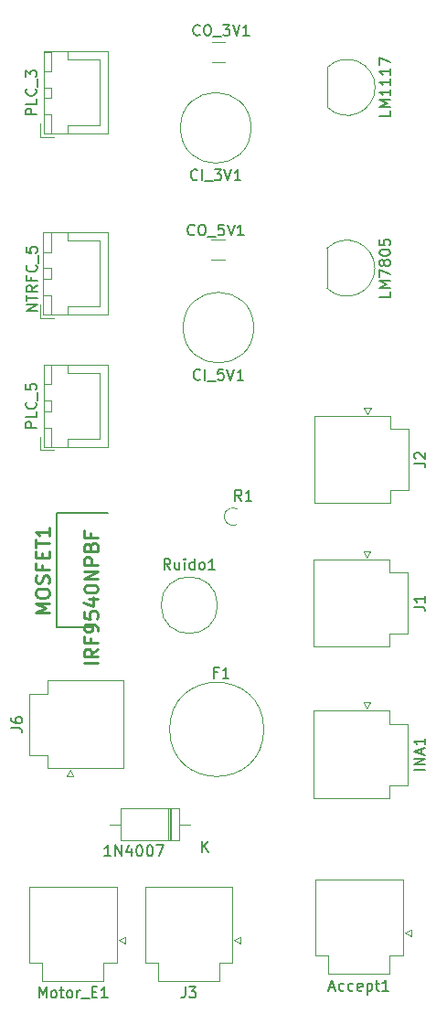
<source format=gbr>
%TF.GenerationSoftware,KiCad,Pcbnew,8.0.8-8.0.8-0~ubuntu24.04.1*%
%TF.CreationDate,2025-01-20T22:43:42-03:00*%
%TF.ProjectId,Power,506f7765-722e-46b6-9963-61645f706362,rev?*%
%TF.SameCoordinates,Original*%
%TF.FileFunction,Legend,Top*%
%TF.FilePolarity,Positive*%
%FSLAX46Y46*%
G04 Gerber Fmt 4.6, Leading zero omitted, Abs format (unit mm)*
G04 Created by KiCad (PCBNEW 8.0.8-8.0.8-0~ubuntu24.04.1) date 2025-01-20 22:43:42*
%MOMM*%
%LPD*%
G01*
G04 APERTURE LIST*
%ADD10C,0.150000*%
%ADD11C,0.254000*%
%ADD12C,0.120000*%
%ADD13C,0.200000*%
G04 APERTURE END LIST*
D10*
X109904819Y-98273809D02*
X108904819Y-98273809D01*
X108904819Y-98273809D02*
X108904819Y-97892857D01*
X108904819Y-97892857D02*
X108952438Y-97797619D01*
X108952438Y-97797619D02*
X109000057Y-97750000D01*
X109000057Y-97750000D02*
X109095295Y-97702381D01*
X109095295Y-97702381D02*
X109238152Y-97702381D01*
X109238152Y-97702381D02*
X109333390Y-97750000D01*
X109333390Y-97750000D02*
X109381009Y-97797619D01*
X109381009Y-97797619D02*
X109428628Y-97892857D01*
X109428628Y-97892857D02*
X109428628Y-98273809D01*
X109904819Y-96797619D02*
X109904819Y-97273809D01*
X109904819Y-97273809D02*
X108904819Y-97273809D01*
X109809580Y-95892857D02*
X109857200Y-95940476D01*
X109857200Y-95940476D02*
X109904819Y-96083333D01*
X109904819Y-96083333D02*
X109904819Y-96178571D01*
X109904819Y-96178571D02*
X109857200Y-96321428D01*
X109857200Y-96321428D02*
X109761961Y-96416666D01*
X109761961Y-96416666D02*
X109666723Y-96464285D01*
X109666723Y-96464285D02*
X109476247Y-96511904D01*
X109476247Y-96511904D02*
X109333390Y-96511904D01*
X109333390Y-96511904D02*
X109142914Y-96464285D01*
X109142914Y-96464285D02*
X109047676Y-96416666D01*
X109047676Y-96416666D02*
X108952438Y-96321428D01*
X108952438Y-96321428D02*
X108904819Y-96178571D01*
X108904819Y-96178571D02*
X108904819Y-96083333D01*
X108904819Y-96083333D02*
X108952438Y-95940476D01*
X108952438Y-95940476D02*
X109000057Y-95892857D01*
X110000057Y-95702381D02*
X110000057Y-94940476D01*
X108904819Y-94226190D02*
X108904819Y-94702380D01*
X108904819Y-94702380D02*
X109381009Y-94749999D01*
X109381009Y-94749999D02*
X109333390Y-94702380D01*
X109333390Y-94702380D02*
X109285771Y-94607142D01*
X109285771Y-94607142D02*
X109285771Y-94369047D01*
X109285771Y-94369047D02*
X109333390Y-94273809D01*
X109333390Y-94273809D02*
X109381009Y-94226190D01*
X109381009Y-94226190D02*
X109476247Y-94178571D01*
X109476247Y-94178571D02*
X109714342Y-94178571D01*
X109714342Y-94178571D02*
X109809580Y-94226190D01*
X109809580Y-94226190D02*
X109857200Y-94273809D01*
X109857200Y-94273809D02*
X109904819Y-94369047D01*
X109904819Y-94369047D02*
X109904819Y-94607142D01*
X109904819Y-94607142D02*
X109857200Y-94702380D01*
X109857200Y-94702380D02*
X109809580Y-94749999D01*
X116777142Y-137924819D02*
X116205714Y-137924819D01*
X116491428Y-137924819D02*
X116491428Y-136924819D01*
X116491428Y-136924819D02*
X116396190Y-137067676D01*
X116396190Y-137067676D02*
X116300952Y-137162914D01*
X116300952Y-137162914D02*
X116205714Y-137210533D01*
X117205714Y-137924819D02*
X117205714Y-136924819D01*
X117205714Y-136924819D02*
X117777142Y-137924819D01*
X117777142Y-137924819D02*
X117777142Y-136924819D01*
X118681904Y-137258152D02*
X118681904Y-137924819D01*
X118443809Y-136877200D02*
X118205714Y-137591485D01*
X118205714Y-137591485D02*
X118824761Y-137591485D01*
X119396190Y-136924819D02*
X119491428Y-136924819D01*
X119491428Y-136924819D02*
X119586666Y-136972438D01*
X119586666Y-136972438D02*
X119634285Y-137020057D01*
X119634285Y-137020057D02*
X119681904Y-137115295D01*
X119681904Y-137115295D02*
X119729523Y-137305771D01*
X119729523Y-137305771D02*
X119729523Y-137543866D01*
X119729523Y-137543866D02*
X119681904Y-137734342D01*
X119681904Y-137734342D02*
X119634285Y-137829580D01*
X119634285Y-137829580D02*
X119586666Y-137877200D01*
X119586666Y-137877200D02*
X119491428Y-137924819D01*
X119491428Y-137924819D02*
X119396190Y-137924819D01*
X119396190Y-137924819D02*
X119300952Y-137877200D01*
X119300952Y-137877200D02*
X119253333Y-137829580D01*
X119253333Y-137829580D02*
X119205714Y-137734342D01*
X119205714Y-137734342D02*
X119158095Y-137543866D01*
X119158095Y-137543866D02*
X119158095Y-137305771D01*
X119158095Y-137305771D02*
X119205714Y-137115295D01*
X119205714Y-137115295D02*
X119253333Y-137020057D01*
X119253333Y-137020057D02*
X119300952Y-136972438D01*
X119300952Y-136972438D02*
X119396190Y-136924819D01*
X120348571Y-136924819D02*
X120443809Y-136924819D01*
X120443809Y-136924819D02*
X120539047Y-136972438D01*
X120539047Y-136972438D02*
X120586666Y-137020057D01*
X120586666Y-137020057D02*
X120634285Y-137115295D01*
X120634285Y-137115295D02*
X120681904Y-137305771D01*
X120681904Y-137305771D02*
X120681904Y-137543866D01*
X120681904Y-137543866D02*
X120634285Y-137734342D01*
X120634285Y-137734342D02*
X120586666Y-137829580D01*
X120586666Y-137829580D02*
X120539047Y-137877200D01*
X120539047Y-137877200D02*
X120443809Y-137924819D01*
X120443809Y-137924819D02*
X120348571Y-137924819D01*
X120348571Y-137924819D02*
X120253333Y-137877200D01*
X120253333Y-137877200D02*
X120205714Y-137829580D01*
X120205714Y-137829580D02*
X120158095Y-137734342D01*
X120158095Y-137734342D02*
X120110476Y-137543866D01*
X120110476Y-137543866D02*
X120110476Y-137305771D01*
X120110476Y-137305771D02*
X120158095Y-137115295D01*
X120158095Y-137115295D02*
X120205714Y-137020057D01*
X120205714Y-137020057D02*
X120253333Y-136972438D01*
X120253333Y-136972438D02*
X120348571Y-136924819D01*
X121015238Y-136924819D02*
X121681904Y-136924819D01*
X121681904Y-136924819D02*
X121253333Y-137924819D01*
X125238095Y-137554819D02*
X125238095Y-136554819D01*
X125809523Y-137554819D02*
X125380952Y-136983390D01*
X125809523Y-136554819D02*
X125238095Y-137126247D01*
X144854819Y-114853333D02*
X145569104Y-114853333D01*
X145569104Y-114853333D02*
X145711961Y-114900952D01*
X145711961Y-114900952D02*
X145807200Y-114996190D01*
X145807200Y-114996190D02*
X145854819Y-115139047D01*
X145854819Y-115139047D02*
X145854819Y-115234285D01*
X145854819Y-113853333D02*
X145854819Y-114424761D01*
X145854819Y-114139047D02*
X144854819Y-114139047D01*
X144854819Y-114139047D02*
X144997676Y-114234285D01*
X144997676Y-114234285D02*
X145092914Y-114329523D01*
X145092914Y-114329523D02*
X145140533Y-114424761D01*
X137039404Y-150119104D02*
X137515594Y-150119104D01*
X136944166Y-150404819D02*
X137277499Y-149404819D01*
X137277499Y-149404819D02*
X137610832Y-150404819D01*
X138372737Y-150357200D02*
X138277499Y-150404819D01*
X138277499Y-150404819D02*
X138087023Y-150404819D01*
X138087023Y-150404819D02*
X137991785Y-150357200D01*
X137991785Y-150357200D02*
X137944166Y-150309580D01*
X137944166Y-150309580D02*
X137896547Y-150214342D01*
X137896547Y-150214342D02*
X137896547Y-149928628D01*
X137896547Y-149928628D02*
X137944166Y-149833390D01*
X137944166Y-149833390D02*
X137991785Y-149785771D01*
X137991785Y-149785771D02*
X138087023Y-149738152D01*
X138087023Y-149738152D02*
X138277499Y-149738152D01*
X138277499Y-149738152D02*
X138372737Y-149785771D01*
X139229880Y-150357200D02*
X139134642Y-150404819D01*
X139134642Y-150404819D02*
X138944166Y-150404819D01*
X138944166Y-150404819D02*
X138848928Y-150357200D01*
X138848928Y-150357200D02*
X138801309Y-150309580D01*
X138801309Y-150309580D02*
X138753690Y-150214342D01*
X138753690Y-150214342D02*
X138753690Y-149928628D01*
X138753690Y-149928628D02*
X138801309Y-149833390D01*
X138801309Y-149833390D02*
X138848928Y-149785771D01*
X138848928Y-149785771D02*
X138944166Y-149738152D01*
X138944166Y-149738152D02*
X139134642Y-149738152D01*
X139134642Y-149738152D02*
X139229880Y-149785771D01*
X140039404Y-150357200D02*
X139944166Y-150404819D01*
X139944166Y-150404819D02*
X139753690Y-150404819D01*
X139753690Y-150404819D02*
X139658452Y-150357200D01*
X139658452Y-150357200D02*
X139610833Y-150261961D01*
X139610833Y-150261961D02*
X139610833Y-149881009D01*
X139610833Y-149881009D02*
X139658452Y-149785771D01*
X139658452Y-149785771D02*
X139753690Y-149738152D01*
X139753690Y-149738152D02*
X139944166Y-149738152D01*
X139944166Y-149738152D02*
X140039404Y-149785771D01*
X140039404Y-149785771D02*
X140087023Y-149881009D01*
X140087023Y-149881009D02*
X140087023Y-149976247D01*
X140087023Y-149976247D02*
X139610833Y-150071485D01*
X140515595Y-149738152D02*
X140515595Y-150738152D01*
X140515595Y-149785771D02*
X140610833Y-149738152D01*
X140610833Y-149738152D02*
X140801309Y-149738152D01*
X140801309Y-149738152D02*
X140896547Y-149785771D01*
X140896547Y-149785771D02*
X140944166Y-149833390D01*
X140944166Y-149833390D02*
X140991785Y-149928628D01*
X140991785Y-149928628D02*
X140991785Y-150214342D01*
X140991785Y-150214342D02*
X140944166Y-150309580D01*
X140944166Y-150309580D02*
X140896547Y-150357200D01*
X140896547Y-150357200D02*
X140801309Y-150404819D01*
X140801309Y-150404819D02*
X140610833Y-150404819D01*
X140610833Y-150404819D02*
X140515595Y-150357200D01*
X141277500Y-149738152D02*
X141658452Y-149738152D01*
X141420357Y-149404819D02*
X141420357Y-150261961D01*
X141420357Y-150261961D02*
X141467976Y-150357200D01*
X141467976Y-150357200D02*
X141563214Y-150404819D01*
X141563214Y-150404819D02*
X141658452Y-150404819D01*
X142515595Y-150404819D02*
X141944167Y-150404819D01*
X142229881Y-150404819D02*
X142229881Y-149404819D01*
X142229881Y-149404819D02*
X142134643Y-149547676D01*
X142134643Y-149547676D02*
X142039405Y-149642914D01*
X142039405Y-149642914D02*
X141944167Y-149690533D01*
D11*
X111074318Y-115400714D02*
X109804318Y-115400714D01*
X109804318Y-115400714D02*
X110711461Y-114977380D01*
X110711461Y-114977380D02*
X109804318Y-114554047D01*
X109804318Y-114554047D02*
X111074318Y-114554047D01*
X109804318Y-113707380D02*
X109804318Y-113465475D01*
X109804318Y-113465475D02*
X109864794Y-113344523D01*
X109864794Y-113344523D02*
X109985746Y-113223570D01*
X109985746Y-113223570D02*
X110227651Y-113163094D01*
X110227651Y-113163094D02*
X110650984Y-113163094D01*
X110650984Y-113163094D02*
X110892889Y-113223570D01*
X110892889Y-113223570D02*
X111013842Y-113344523D01*
X111013842Y-113344523D02*
X111074318Y-113465475D01*
X111074318Y-113465475D02*
X111074318Y-113707380D01*
X111074318Y-113707380D02*
X111013842Y-113828332D01*
X111013842Y-113828332D02*
X110892889Y-113949285D01*
X110892889Y-113949285D02*
X110650984Y-114009761D01*
X110650984Y-114009761D02*
X110227651Y-114009761D01*
X110227651Y-114009761D02*
X109985746Y-113949285D01*
X109985746Y-113949285D02*
X109864794Y-113828332D01*
X109864794Y-113828332D02*
X109804318Y-113707380D01*
X111013842Y-112679285D02*
X111074318Y-112497856D01*
X111074318Y-112497856D02*
X111074318Y-112195475D01*
X111074318Y-112195475D02*
X111013842Y-112074523D01*
X111013842Y-112074523D02*
X110953365Y-112014047D01*
X110953365Y-112014047D02*
X110832413Y-111953570D01*
X110832413Y-111953570D02*
X110711461Y-111953570D01*
X110711461Y-111953570D02*
X110590508Y-112014047D01*
X110590508Y-112014047D02*
X110530032Y-112074523D01*
X110530032Y-112074523D02*
X110469556Y-112195475D01*
X110469556Y-112195475D02*
X110409080Y-112437380D01*
X110409080Y-112437380D02*
X110348603Y-112558332D01*
X110348603Y-112558332D02*
X110288127Y-112618809D01*
X110288127Y-112618809D02*
X110167175Y-112679285D01*
X110167175Y-112679285D02*
X110046222Y-112679285D01*
X110046222Y-112679285D02*
X109925270Y-112618809D01*
X109925270Y-112618809D02*
X109864794Y-112558332D01*
X109864794Y-112558332D02*
X109804318Y-112437380D01*
X109804318Y-112437380D02*
X109804318Y-112134999D01*
X109804318Y-112134999D02*
X109864794Y-111953570D01*
X110409080Y-110985951D02*
X110409080Y-111409285D01*
X111074318Y-111409285D02*
X109804318Y-111409285D01*
X109804318Y-111409285D02*
X109804318Y-110804523D01*
X110409080Y-110320714D02*
X110409080Y-109897380D01*
X111074318Y-109715952D02*
X111074318Y-110320714D01*
X111074318Y-110320714D02*
X109804318Y-110320714D01*
X109804318Y-110320714D02*
X109804318Y-109715952D01*
X109804318Y-109353094D02*
X109804318Y-108627380D01*
X111074318Y-108990237D02*
X109804318Y-108990237D01*
X111074318Y-107538808D02*
X111074318Y-108264523D01*
X111074318Y-107901666D02*
X109804318Y-107901666D01*
X109804318Y-107901666D02*
X109985746Y-108022618D01*
X109985746Y-108022618D02*
X110106699Y-108143570D01*
X110106699Y-108143570D02*
X110167175Y-108264523D01*
X115574318Y-120077857D02*
X114304318Y-120077857D01*
X115574318Y-118747380D02*
X114969556Y-119170714D01*
X115574318Y-119473095D02*
X114304318Y-119473095D01*
X114304318Y-119473095D02*
X114304318Y-118989285D01*
X114304318Y-118989285D02*
X114364794Y-118868333D01*
X114364794Y-118868333D02*
X114425270Y-118807856D01*
X114425270Y-118807856D02*
X114546222Y-118747380D01*
X114546222Y-118747380D02*
X114727651Y-118747380D01*
X114727651Y-118747380D02*
X114848603Y-118807856D01*
X114848603Y-118807856D02*
X114909080Y-118868333D01*
X114909080Y-118868333D02*
X114969556Y-118989285D01*
X114969556Y-118989285D02*
X114969556Y-119473095D01*
X114909080Y-117779761D02*
X114909080Y-118203095D01*
X115574318Y-118203095D02*
X114304318Y-118203095D01*
X114304318Y-118203095D02*
X114304318Y-117598333D01*
X115574318Y-117054047D02*
X115574318Y-116812143D01*
X115574318Y-116812143D02*
X115513842Y-116691190D01*
X115513842Y-116691190D02*
X115453365Y-116630714D01*
X115453365Y-116630714D02*
X115271937Y-116509762D01*
X115271937Y-116509762D02*
X115030032Y-116449285D01*
X115030032Y-116449285D02*
X114546222Y-116449285D01*
X114546222Y-116449285D02*
X114425270Y-116509762D01*
X114425270Y-116509762D02*
X114364794Y-116570238D01*
X114364794Y-116570238D02*
X114304318Y-116691190D01*
X114304318Y-116691190D02*
X114304318Y-116933095D01*
X114304318Y-116933095D02*
X114364794Y-117054047D01*
X114364794Y-117054047D02*
X114425270Y-117114524D01*
X114425270Y-117114524D02*
X114546222Y-117175000D01*
X114546222Y-117175000D02*
X114848603Y-117175000D01*
X114848603Y-117175000D02*
X114969556Y-117114524D01*
X114969556Y-117114524D02*
X115030032Y-117054047D01*
X115030032Y-117054047D02*
X115090508Y-116933095D01*
X115090508Y-116933095D02*
X115090508Y-116691190D01*
X115090508Y-116691190D02*
X115030032Y-116570238D01*
X115030032Y-116570238D02*
X114969556Y-116509762D01*
X114969556Y-116509762D02*
X114848603Y-116449285D01*
X114304318Y-115300238D02*
X114304318Y-115905000D01*
X114304318Y-115905000D02*
X114909080Y-115965476D01*
X114909080Y-115965476D02*
X114848603Y-115905000D01*
X114848603Y-115905000D02*
X114788127Y-115784047D01*
X114788127Y-115784047D02*
X114788127Y-115481666D01*
X114788127Y-115481666D02*
X114848603Y-115360714D01*
X114848603Y-115360714D02*
X114909080Y-115300238D01*
X114909080Y-115300238D02*
X115030032Y-115239761D01*
X115030032Y-115239761D02*
X115332413Y-115239761D01*
X115332413Y-115239761D02*
X115453365Y-115300238D01*
X115453365Y-115300238D02*
X115513842Y-115360714D01*
X115513842Y-115360714D02*
X115574318Y-115481666D01*
X115574318Y-115481666D02*
X115574318Y-115784047D01*
X115574318Y-115784047D02*
X115513842Y-115905000D01*
X115513842Y-115905000D02*
X115453365Y-115965476D01*
X114727651Y-114151190D02*
X115574318Y-114151190D01*
X114243842Y-114453571D02*
X115150984Y-114755952D01*
X115150984Y-114755952D02*
X115150984Y-113969761D01*
X114304318Y-113244047D02*
X114304318Y-113123094D01*
X114304318Y-113123094D02*
X114364794Y-113002142D01*
X114364794Y-113002142D02*
X114425270Y-112941666D01*
X114425270Y-112941666D02*
X114546222Y-112881190D01*
X114546222Y-112881190D02*
X114788127Y-112820713D01*
X114788127Y-112820713D02*
X115090508Y-112820713D01*
X115090508Y-112820713D02*
X115332413Y-112881190D01*
X115332413Y-112881190D02*
X115453365Y-112941666D01*
X115453365Y-112941666D02*
X115513842Y-113002142D01*
X115513842Y-113002142D02*
X115574318Y-113123094D01*
X115574318Y-113123094D02*
X115574318Y-113244047D01*
X115574318Y-113244047D02*
X115513842Y-113364999D01*
X115513842Y-113364999D02*
X115453365Y-113425475D01*
X115453365Y-113425475D02*
X115332413Y-113485952D01*
X115332413Y-113485952D02*
X115090508Y-113546428D01*
X115090508Y-113546428D02*
X114788127Y-113546428D01*
X114788127Y-113546428D02*
X114546222Y-113485952D01*
X114546222Y-113485952D02*
X114425270Y-113425475D01*
X114425270Y-113425475D02*
X114364794Y-113364999D01*
X114364794Y-113364999D02*
X114304318Y-113244047D01*
X115574318Y-112276428D02*
X114304318Y-112276428D01*
X114304318Y-112276428D02*
X115574318Y-111550713D01*
X115574318Y-111550713D02*
X114304318Y-111550713D01*
X115574318Y-110945952D02*
X114304318Y-110945952D01*
X114304318Y-110945952D02*
X114304318Y-110462142D01*
X114304318Y-110462142D02*
X114364794Y-110341190D01*
X114364794Y-110341190D02*
X114425270Y-110280713D01*
X114425270Y-110280713D02*
X114546222Y-110220237D01*
X114546222Y-110220237D02*
X114727651Y-110220237D01*
X114727651Y-110220237D02*
X114848603Y-110280713D01*
X114848603Y-110280713D02*
X114909080Y-110341190D01*
X114909080Y-110341190D02*
X114969556Y-110462142D01*
X114969556Y-110462142D02*
X114969556Y-110945952D01*
X114909080Y-109252618D02*
X114969556Y-109071190D01*
X114969556Y-109071190D02*
X115030032Y-109010713D01*
X115030032Y-109010713D02*
X115150984Y-108950237D01*
X115150984Y-108950237D02*
X115332413Y-108950237D01*
X115332413Y-108950237D02*
X115453365Y-109010713D01*
X115453365Y-109010713D02*
X115513842Y-109071190D01*
X115513842Y-109071190D02*
X115574318Y-109192142D01*
X115574318Y-109192142D02*
X115574318Y-109675952D01*
X115574318Y-109675952D02*
X114304318Y-109675952D01*
X114304318Y-109675952D02*
X114304318Y-109252618D01*
X114304318Y-109252618D02*
X114364794Y-109131666D01*
X114364794Y-109131666D02*
X114425270Y-109071190D01*
X114425270Y-109071190D02*
X114546222Y-109010713D01*
X114546222Y-109010713D02*
X114667175Y-109010713D01*
X114667175Y-109010713D02*
X114788127Y-109071190D01*
X114788127Y-109071190D02*
X114848603Y-109131666D01*
X114848603Y-109131666D02*
X114909080Y-109252618D01*
X114909080Y-109252618D02*
X114909080Y-109675952D01*
X114909080Y-107982618D02*
X114909080Y-108405952D01*
X115574318Y-108405952D02*
X114304318Y-108405952D01*
X114304318Y-108405952D02*
X114304318Y-107801190D01*
D10*
X145854819Y-129948570D02*
X144854819Y-129948570D01*
X145854819Y-129472380D02*
X144854819Y-129472380D01*
X144854819Y-129472380D02*
X145854819Y-128900952D01*
X145854819Y-128900952D02*
X144854819Y-128900952D01*
X145569104Y-128472380D02*
X145569104Y-127996190D01*
X145854819Y-128567618D02*
X144854819Y-128234285D01*
X144854819Y-128234285D02*
X145854819Y-127900952D01*
X145854819Y-127043809D02*
X145854819Y-127615237D01*
X145854819Y-127329523D02*
X144854819Y-127329523D01*
X144854819Y-127329523D02*
X144997676Y-127424761D01*
X144997676Y-127424761D02*
X145092914Y-127519999D01*
X145092914Y-127519999D02*
X145140533Y-127615237D01*
X125023809Y-61859580D02*
X124976190Y-61907200D01*
X124976190Y-61907200D02*
X124833333Y-61954819D01*
X124833333Y-61954819D02*
X124738095Y-61954819D01*
X124738095Y-61954819D02*
X124595238Y-61907200D01*
X124595238Y-61907200D02*
X124500000Y-61811961D01*
X124500000Y-61811961D02*
X124452381Y-61716723D01*
X124452381Y-61716723D02*
X124404762Y-61526247D01*
X124404762Y-61526247D02*
X124404762Y-61383390D01*
X124404762Y-61383390D02*
X124452381Y-61192914D01*
X124452381Y-61192914D02*
X124500000Y-61097676D01*
X124500000Y-61097676D02*
X124595238Y-61002438D01*
X124595238Y-61002438D02*
X124738095Y-60954819D01*
X124738095Y-60954819D02*
X124833333Y-60954819D01*
X124833333Y-60954819D02*
X124976190Y-61002438D01*
X124976190Y-61002438D02*
X125023809Y-61050057D01*
X125642857Y-60954819D02*
X125833333Y-60954819D01*
X125833333Y-60954819D02*
X125928571Y-61002438D01*
X125928571Y-61002438D02*
X126023809Y-61097676D01*
X126023809Y-61097676D02*
X126071428Y-61288152D01*
X126071428Y-61288152D02*
X126071428Y-61621485D01*
X126071428Y-61621485D02*
X126023809Y-61811961D01*
X126023809Y-61811961D02*
X125928571Y-61907200D01*
X125928571Y-61907200D02*
X125833333Y-61954819D01*
X125833333Y-61954819D02*
X125642857Y-61954819D01*
X125642857Y-61954819D02*
X125547619Y-61907200D01*
X125547619Y-61907200D02*
X125452381Y-61811961D01*
X125452381Y-61811961D02*
X125404762Y-61621485D01*
X125404762Y-61621485D02*
X125404762Y-61288152D01*
X125404762Y-61288152D02*
X125452381Y-61097676D01*
X125452381Y-61097676D02*
X125547619Y-61002438D01*
X125547619Y-61002438D02*
X125642857Y-60954819D01*
X126261905Y-62050057D02*
X127023809Y-62050057D01*
X127166667Y-60954819D02*
X127785714Y-60954819D01*
X127785714Y-60954819D02*
X127452381Y-61335771D01*
X127452381Y-61335771D02*
X127595238Y-61335771D01*
X127595238Y-61335771D02*
X127690476Y-61383390D01*
X127690476Y-61383390D02*
X127738095Y-61431009D01*
X127738095Y-61431009D02*
X127785714Y-61526247D01*
X127785714Y-61526247D02*
X127785714Y-61764342D01*
X127785714Y-61764342D02*
X127738095Y-61859580D01*
X127738095Y-61859580D02*
X127690476Y-61907200D01*
X127690476Y-61907200D02*
X127595238Y-61954819D01*
X127595238Y-61954819D02*
X127309524Y-61954819D01*
X127309524Y-61954819D02*
X127214286Y-61907200D01*
X127214286Y-61907200D02*
X127166667Y-61859580D01*
X128071429Y-60954819D02*
X128404762Y-61954819D01*
X128404762Y-61954819D02*
X128738095Y-60954819D01*
X129595238Y-61954819D02*
X129023810Y-61954819D01*
X129309524Y-61954819D02*
X129309524Y-60954819D01*
X129309524Y-60954819D02*
X129214286Y-61097676D01*
X129214286Y-61097676D02*
X129119048Y-61192914D01*
X129119048Y-61192914D02*
X129023810Y-61240533D01*
X142679819Y-68916666D02*
X142679819Y-69392856D01*
X142679819Y-69392856D02*
X141679819Y-69392856D01*
X142679819Y-68583332D02*
X141679819Y-68583332D01*
X141679819Y-68583332D02*
X142394104Y-68249999D01*
X142394104Y-68249999D02*
X141679819Y-67916666D01*
X141679819Y-67916666D02*
X142679819Y-67916666D01*
X142679819Y-66916666D02*
X142679819Y-67488094D01*
X142679819Y-67202380D02*
X141679819Y-67202380D01*
X141679819Y-67202380D02*
X141822676Y-67297618D01*
X141822676Y-67297618D02*
X141917914Y-67392856D01*
X141917914Y-67392856D02*
X141965533Y-67488094D01*
X142679819Y-65964285D02*
X142679819Y-66535713D01*
X142679819Y-66249999D02*
X141679819Y-66249999D01*
X141679819Y-66249999D02*
X141822676Y-66345237D01*
X141822676Y-66345237D02*
X141917914Y-66440475D01*
X141917914Y-66440475D02*
X141965533Y-66535713D01*
X142679819Y-65011904D02*
X142679819Y-65583332D01*
X142679819Y-65297618D02*
X141679819Y-65297618D01*
X141679819Y-65297618D02*
X141822676Y-65392856D01*
X141822676Y-65392856D02*
X141917914Y-65488094D01*
X141917914Y-65488094D02*
X141965533Y-65583332D01*
X141679819Y-64678570D02*
X141679819Y-64011904D01*
X141679819Y-64011904D02*
X142679819Y-64440475D01*
X107554819Y-126055833D02*
X108269104Y-126055833D01*
X108269104Y-126055833D02*
X108411961Y-126103452D01*
X108411961Y-126103452D02*
X108507200Y-126198690D01*
X108507200Y-126198690D02*
X108554819Y-126341547D01*
X108554819Y-126341547D02*
X108554819Y-126436785D01*
X107554819Y-125151071D02*
X107554819Y-125341547D01*
X107554819Y-125341547D02*
X107602438Y-125436785D01*
X107602438Y-125436785D02*
X107650057Y-125484404D01*
X107650057Y-125484404D02*
X107792914Y-125579642D01*
X107792914Y-125579642D02*
X107983390Y-125627261D01*
X107983390Y-125627261D02*
X108364342Y-125627261D01*
X108364342Y-125627261D02*
X108459580Y-125579642D01*
X108459580Y-125579642D02*
X108507200Y-125532023D01*
X108507200Y-125532023D02*
X108554819Y-125436785D01*
X108554819Y-125436785D02*
X108554819Y-125246309D01*
X108554819Y-125246309D02*
X108507200Y-125151071D01*
X108507200Y-125151071D02*
X108459580Y-125103452D01*
X108459580Y-125103452D02*
X108364342Y-125055833D01*
X108364342Y-125055833D02*
X108126247Y-125055833D01*
X108126247Y-125055833D02*
X108031009Y-125103452D01*
X108031009Y-125103452D02*
X107983390Y-125151071D01*
X107983390Y-125151071D02*
X107935771Y-125246309D01*
X107935771Y-125246309D02*
X107935771Y-125436785D01*
X107935771Y-125436785D02*
X107983390Y-125532023D01*
X107983390Y-125532023D02*
X108031009Y-125579642D01*
X108031009Y-125579642D02*
X108126247Y-125627261D01*
X123666666Y-150057319D02*
X123666666Y-150771604D01*
X123666666Y-150771604D02*
X123619047Y-150914461D01*
X123619047Y-150914461D02*
X123523809Y-151009700D01*
X123523809Y-151009700D02*
X123380952Y-151057319D01*
X123380952Y-151057319D02*
X123285714Y-151057319D01*
X124047619Y-150057319D02*
X124666666Y-150057319D01*
X124666666Y-150057319D02*
X124333333Y-150438271D01*
X124333333Y-150438271D02*
X124476190Y-150438271D01*
X124476190Y-150438271D02*
X124571428Y-150485890D01*
X124571428Y-150485890D02*
X124619047Y-150533509D01*
X124619047Y-150533509D02*
X124666666Y-150628747D01*
X124666666Y-150628747D02*
X124666666Y-150866842D01*
X124666666Y-150866842D02*
X124619047Y-150962080D01*
X124619047Y-150962080D02*
X124571428Y-151009700D01*
X124571428Y-151009700D02*
X124476190Y-151057319D01*
X124476190Y-151057319D02*
X124190476Y-151057319D01*
X124190476Y-151057319D02*
X124095238Y-151009700D01*
X124095238Y-151009700D02*
X124047619Y-150962080D01*
X124809523Y-75259580D02*
X124761904Y-75307200D01*
X124761904Y-75307200D02*
X124619047Y-75354819D01*
X124619047Y-75354819D02*
X124523809Y-75354819D01*
X124523809Y-75354819D02*
X124380952Y-75307200D01*
X124380952Y-75307200D02*
X124285714Y-75211961D01*
X124285714Y-75211961D02*
X124238095Y-75116723D01*
X124238095Y-75116723D02*
X124190476Y-74926247D01*
X124190476Y-74926247D02*
X124190476Y-74783390D01*
X124190476Y-74783390D02*
X124238095Y-74592914D01*
X124238095Y-74592914D02*
X124285714Y-74497676D01*
X124285714Y-74497676D02*
X124380952Y-74402438D01*
X124380952Y-74402438D02*
X124523809Y-74354819D01*
X124523809Y-74354819D02*
X124619047Y-74354819D01*
X124619047Y-74354819D02*
X124761904Y-74402438D01*
X124761904Y-74402438D02*
X124809523Y-74450057D01*
X125238095Y-75354819D02*
X125238095Y-74354819D01*
X125476190Y-75450057D02*
X126238094Y-75450057D01*
X126380952Y-74354819D02*
X126999999Y-74354819D01*
X126999999Y-74354819D02*
X126666666Y-74735771D01*
X126666666Y-74735771D02*
X126809523Y-74735771D01*
X126809523Y-74735771D02*
X126904761Y-74783390D01*
X126904761Y-74783390D02*
X126952380Y-74831009D01*
X126952380Y-74831009D02*
X126999999Y-74926247D01*
X126999999Y-74926247D02*
X126999999Y-75164342D01*
X126999999Y-75164342D02*
X126952380Y-75259580D01*
X126952380Y-75259580D02*
X126904761Y-75307200D01*
X126904761Y-75307200D02*
X126809523Y-75354819D01*
X126809523Y-75354819D02*
X126523809Y-75354819D01*
X126523809Y-75354819D02*
X126428571Y-75307200D01*
X126428571Y-75307200D02*
X126380952Y-75259580D01*
X127285714Y-74354819D02*
X127619047Y-75354819D01*
X127619047Y-75354819D02*
X127952380Y-74354819D01*
X128809523Y-75354819D02*
X128238095Y-75354819D01*
X128523809Y-75354819D02*
X128523809Y-74354819D01*
X128523809Y-74354819D02*
X128428571Y-74497676D01*
X128428571Y-74497676D02*
X128333333Y-74592914D01*
X128333333Y-74592914D02*
X128238095Y-74640533D01*
X110134642Y-151057319D02*
X110134642Y-150057319D01*
X110134642Y-150057319D02*
X110467975Y-150771604D01*
X110467975Y-150771604D02*
X110801308Y-150057319D01*
X110801308Y-150057319D02*
X110801308Y-151057319D01*
X111420356Y-151057319D02*
X111325118Y-151009700D01*
X111325118Y-151009700D02*
X111277499Y-150962080D01*
X111277499Y-150962080D02*
X111229880Y-150866842D01*
X111229880Y-150866842D02*
X111229880Y-150581128D01*
X111229880Y-150581128D02*
X111277499Y-150485890D01*
X111277499Y-150485890D02*
X111325118Y-150438271D01*
X111325118Y-150438271D02*
X111420356Y-150390652D01*
X111420356Y-150390652D02*
X111563213Y-150390652D01*
X111563213Y-150390652D02*
X111658451Y-150438271D01*
X111658451Y-150438271D02*
X111706070Y-150485890D01*
X111706070Y-150485890D02*
X111753689Y-150581128D01*
X111753689Y-150581128D02*
X111753689Y-150866842D01*
X111753689Y-150866842D02*
X111706070Y-150962080D01*
X111706070Y-150962080D02*
X111658451Y-151009700D01*
X111658451Y-151009700D02*
X111563213Y-151057319D01*
X111563213Y-151057319D02*
X111420356Y-151057319D01*
X112039404Y-150390652D02*
X112420356Y-150390652D01*
X112182261Y-150057319D02*
X112182261Y-150914461D01*
X112182261Y-150914461D02*
X112229880Y-151009700D01*
X112229880Y-151009700D02*
X112325118Y-151057319D01*
X112325118Y-151057319D02*
X112420356Y-151057319D01*
X112896547Y-151057319D02*
X112801309Y-151009700D01*
X112801309Y-151009700D02*
X112753690Y-150962080D01*
X112753690Y-150962080D02*
X112706071Y-150866842D01*
X112706071Y-150866842D02*
X112706071Y-150581128D01*
X112706071Y-150581128D02*
X112753690Y-150485890D01*
X112753690Y-150485890D02*
X112801309Y-150438271D01*
X112801309Y-150438271D02*
X112896547Y-150390652D01*
X112896547Y-150390652D02*
X113039404Y-150390652D01*
X113039404Y-150390652D02*
X113134642Y-150438271D01*
X113134642Y-150438271D02*
X113182261Y-150485890D01*
X113182261Y-150485890D02*
X113229880Y-150581128D01*
X113229880Y-150581128D02*
X113229880Y-150866842D01*
X113229880Y-150866842D02*
X113182261Y-150962080D01*
X113182261Y-150962080D02*
X113134642Y-151009700D01*
X113134642Y-151009700D02*
X113039404Y-151057319D01*
X113039404Y-151057319D02*
X112896547Y-151057319D01*
X113658452Y-151057319D02*
X113658452Y-150390652D01*
X113658452Y-150581128D02*
X113706071Y-150485890D01*
X113706071Y-150485890D02*
X113753690Y-150438271D01*
X113753690Y-150438271D02*
X113848928Y-150390652D01*
X113848928Y-150390652D02*
X113944166Y-150390652D01*
X114039405Y-151152557D02*
X114801309Y-151152557D01*
X115039405Y-150533509D02*
X115372738Y-150533509D01*
X115515595Y-151057319D02*
X115039405Y-151057319D01*
X115039405Y-151057319D02*
X115039405Y-150057319D01*
X115039405Y-150057319D02*
X115515595Y-150057319D01*
X116467976Y-151057319D02*
X115896548Y-151057319D01*
X116182262Y-151057319D02*
X116182262Y-150057319D01*
X116182262Y-150057319D02*
X116087024Y-150200176D01*
X116087024Y-150200176D02*
X115991786Y-150295414D01*
X115991786Y-150295414D02*
X115896548Y-150343033D01*
X109954819Y-87452380D02*
X108954819Y-87452380D01*
X108954819Y-87452380D02*
X109954819Y-86880952D01*
X109954819Y-86880952D02*
X108954819Y-86880952D01*
X108954819Y-86547618D02*
X108954819Y-85976190D01*
X109954819Y-86261904D02*
X108954819Y-86261904D01*
X109954819Y-85071428D02*
X109478628Y-85404761D01*
X109954819Y-85642856D02*
X108954819Y-85642856D01*
X108954819Y-85642856D02*
X108954819Y-85261904D01*
X108954819Y-85261904D02*
X109002438Y-85166666D01*
X109002438Y-85166666D02*
X109050057Y-85119047D01*
X109050057Y-85119047D02*
X109145295Y-85071428D01*
X109145295Y-85071428D02*
X109288152Y-85071428D01*
X109288152Y-85071428D02*
X109383390Y-85119047D01*
X109383390Y-85119047D02*
X109431009Y-85166666D01*
X109431009Y-85166666D02*
X109478628Y-85261904D01*
X109478628Y-85261904D02*
X109478628Y-85642856D01*
X109431009Y-84309523D02*
X109431009Y-84642856D01*
X109954819Y-84642856D02*
X108954819Y-84642856D01*
X108954819Y-84642856D02*
X108954819Y-84166666D01*
X109859580Y-83214285D02*
X109907200Y-83261904D01*
X109907200Y-83261904D02*
X109954819Y-83404761D01*
X109954819Y-83404761D02*
X109954819Y-83499999D01*
X109954819Y-83499999D02*
X109907200Y-83642856D01*
X109907200Y-83642856D02*
X109811961Y-83738094D01*
X109811961Y-83738094D02*
X109716723Y-83785713D01*
X109716723Y-83785713D02*
X109526247Y-83833332D01*
X109526247Y-83833332D02*
X109383390Y-83833332D01*
X109383390Y-83833332D02*
X109192914Y-83785713D01*
X109192914Y-83785713D02*
X109097676Y-83738094D01*
X109097676Y-83738094D02*
X109002438Y-83642856D01*
X109002438Y-83642856D02*
X108954819Y-83499999D01*
X108954819Y-83499999D02*
X108954819Y-83404761D01*
X108954819Y-83404761D02*
X109002438Y-83261904D01*
X109002438Y-83261904D02*
X109050057Y-83214285D01*
X110050057Y-83023809D02*
X110050057Y-82261904D01*
X108954819Y-81547618D02*
X108954819Y-82023808D01*
X108954819Y-82023808D02*
X109431009Y-82071427D01*
X109431009Y-82071427D02*
X109383390Y-82023808D01*
X109383390Y-82023808D02*
X109335771Y-81928570D01*
X109335771Y-81928570D02*
X109335771Y-81690475D01*
X109335771Y-81690475D02*
X109383390Y-81595237D01*
X109383390Y-81595237D02*
X109431009Y-81547618D01*
X109431009Y-81547618D02*
X109526247Y-81499999D01*
X109526247Y-81499999D02*
X109764342Y-81499999D01*
X109764342Y-81499999D02*
X109859580Y-81547618D01*
X109859580Y-81547618D02*
X109907200Y-81595237D01*
X109907200Y-81595237D02*
X109954819Y-81690475D01*
X109954819Y-81690475D02*
X109954819Y-81928570D01*
X109954819Y-81928570D02*
X109907200Y-82023808D01*
X109907200Y-82023808D02*
X109859580Y-82071427D01*
X126666666Y-120931009D02*
X126333333Y-120931009D01*
X126333333Y-121454819D02*
X126333333Y-120454819D01*
X126333333Y-120454819D02*
X126809523Y-120454819D01*
X127714285Y-121454819D02*
X127142857Y-121454819D01*
X127428571Y-121454819D02*
X127428571Y-120454819D01*
X127428571Y-120454819D02*
X127333333Y-120597676D01*
X127333333Y-120597676D02*
X127238095Y-120692914D01*
X127238095Y-120692914D02*
X127142857Y-120740533D01*
X109904819Y-69273809D02*
X108904819Y-69273809D01*
X108904819Y-69273809D02*
X108904819Y-68892857D01*
X108904819Y-68892857D02*
X108952438Y-68797619D01*
X108952438Y-68797619D02*
X109000057Y-68750000D01*
X109000057Y-68750000D02*
X109095295Y-68702381D01*
X109095295Y-68702381D02*
X109238152Y-68702381D01*
X109238152Y-68702381D02*
X109333390Y-68750000D01*
X109333390Y-68750000D02*
X109381009Y-68797619D01*
X109381009Y-68797619D02*
X109428628Y-68892857D01*
X109428628Y-68892857D02*
X109428628Y-69273809D01*
X109904819Y-67797619D02*
X109904819Y-68273809D01*
X109904819Y-68273809D02*
X108904819Y-68273809D01*
X109809580Y-66892857D02*
X109857200Y-66940476D01*
X109857200Y-66940476D02*
X109904819Y-67083333D01*
X109904819Y-67083333D02*
X109904819Y-67178571D01*
X109904819Y-67178571D02*
X109857200Y-67321428D01*
X109857200Y-67321428D02*
X109761961Y-67416666D01*
X109761961Y-67416666D02*
X109666723Y-67464285D01*
X109666723Y-67464285D02*
X109476247Y-67511904D01*
X109476247Y-67511904D02*
X109333390Y-67511904D01*
X109333390Y-67511904D02*
X109142914Y-67464285D01*
X109142914Y-67464285D02*
X109047676Y-67416666D01*
X109047676Y-67416666D02*
X108952438Y-67321428D01*
X108952438Y-67321428D02*
X108904819Y-67178571D01*
X108904819Y-67178571D02*
X108904819Y-67083333D01*
X108904819Y-67083333D02*
X108952438Y-66940476D01*
X108952438Y-66940476D02*
X109000057Y-66892857D01*
X110000057Y-66702381D02*
X110000057Y-65940476D01*
X108904819Y-65797618D02*
X108904819Y-65178571D01*
X108904819Y-65178571D02*
X109285771Y-65511904D01*
X109285771Y-65511904D02*
X109285771Y-65369047D01*
X109285771Y-65369047D02*
X109333390Y-65273809D01*
X109333390Y-65273809D02*
X109381009Y-65226190D01*
X109381009Y-65226190D02*
X109476247Y-65178571D01*
X109476247Y-65178571D02*
X109714342Y-65178571D01*
X109714342Y-65178571D02*
X109809580Y-65226190D01*
X109809580Y-65226190D02*
X109857200Y-65273809D01*
X109857200Y-65273809D02*
X109904819Y-65369047D01*
X109904819Y-65369047D02*
X109904819Y-65654761D01*
X109904819Y-65654761D02*
X109857200Y-65749999D01*
X109857200Y-65749999D02*
X109809580Y-65797618D01*
X128878333Y-105034819D02*
X128545000Y-104558628D01*
X128306905Y-105034819D02*
X128306905Y-104034819D01*
X128306905Y-104034819D02*
X128687857Y-104034819D01*
X128687857Y-104034819D02*
X128783095Y-104082438D01*
X128783095Y-104082438D02*
X128830714Y-104130057D01*
X128830714Y-104130057D02*
X128878333Y-104225295D01*
X128878333Y-104225295D02*
X128878333Y-104368152D01*
X128878333Y-104368152D02*
X128830714Y-104463390D01*
X128830714Y-104463390D02*
X128783095Y-104511009D01*
X128783095Y-104511009D02*
X128687857Y-104558628D01*
X128687857Y-104558628D02*
X128306905Y-104558628D01*
X129830714Y-105034819D02*
X129259286Y-105034819D01*
X129545000Y-105034819D02*
X129545000Y-104034819D01*
X129545000Y-104034819D02*
X129449762Y-104177676D01*
X129449762Y-104177676D02*
X129354524Y-104272914D01*
X129354524Y-104272914D02*
X129259286Y-104320533D01*
X122288095Y-111407319D02*
X121954762Y-110931128D01*
X121716667Y-111407319D02*
X121716667Y-110407319D01*
X121716667Y-110407319D02*
X122097619Y-110407319D01*
X122097619Y-110407319D02*
X122192857Y-110454938D01*
X122192857Y-110454938D02*
X122240476Y-110502557D01*
X122240476Y-110502557D02*
X122288095Y-110597795D01*
X122288095Y-110597795D02*
X122288095Y-110740652D01*
X122288095Y-110740652D02*
X122240476Y-110835890D01*
X122240476Y-110835890D02*
X122192857Y-110883509D01*
X122192857Y-110883509D02*
X122097619Y-110931128D01*
X122097619Y-110931128D02*
X121716667Y-110931128D01*
X123145238Y-110740652D02*
X123145238Y-111407319D01*
X122716667Y-110740652D02*
X122716667Y-111264461D01*
X122716667Y-111264461D02*
X122764286Y-111359700D01*
X122764286Y-111359700D02*
X122859524Y-111407319D01*
X122859524Y-111407319D02*
X123002381Y-111407319D01*
X123002381Y-111407319D02*
X123097619Y-111359700D01*
X123097619Y-111359700D02*
X123145238Y-111312080D01*
X123621429Y-111407319D02*
X123621429Y-110740652D01*
X123621429Y-110407319D02*
X123573810Y-110454938D01*
X123573810Y-110454938D02*
X123621429Y-110502557D01*
X123621429Y-110502557D02*
X123669048Y-110454938D01*
X123669048Y-110454938D02*
X123621429Y-110407319D01*
X123621429Y-110407319D02*
X123621429Y-110502557D01*
X124526190Y-111407319D02*
X124526190Y-110407319D01*
X124526190Y-111359700D02*
X124430952Y-111407319D01*
X124430952Y-111407319D02*
X124240476Y-111407319D01*
X124240476Y-111407319D02*
X124145238Y-111359700D01*
X124145238Y-111359700D02*
X124097619Y-111312080D01*
X124097619Y-111312080D02*
X124050000Y-111216842D01*
X124050000Y-111216842D02*
X124050000Y-110931128D01*
X124050000Y-110931128D02*
X124097619Y-110835890D01*
X124097619Y-110835890D02*
X124145238Y-110788271D01*
X124145238Y-110788271D02*
X124240476Y-110740652D01*
X124240476Y-110740652D02*
X124430952Y-110740652D01*
X124430952Y-110740652D02*
X124526190Y-110788271D01*
X125145238Y-111407319D02*
X125050000Y-111359700D01*
X125050000Y-111359700D02*
X125002381Y-111312080D01*
X125002381Y-111312080D02*
X124954762Y-111216842D01*
X124954762Y-111216842D02*
X124954762Y-110931128D01*
X124954762Y-110931128D02*
X125002381Y-110835890D01*
X125002381Y-110835890D02*
X125050000Y-110788271D01*
X125050000Y-110788271D02*
X125145238Y-110740652D01*
X125145238Y-110740652D02*
X125288095Y-110740652D01*
X125288095Y-110740652D02*
X125383333Y-110788271D01*
X125383333Y-110788271D02*
X125430952Y-110835890D01*
X125430952Y-110835890D02*
X125478571Y-110931128D01*
X125478571Y-110931128D02*
X125478571Y-111216842D01*
X125478571Y-111216842D02*
X125430952Y-111312080D01*
X125430952Y-111312080D02*
X125383333Y-111359700D01*
X125383333Y-111359700D02*
X125288095Y-111407319D01*
X125288095Y-111407319D02*
X125145238Y-111407319D01*
X126430952Y-111407319D02*
X125859524Y-111407319D01*
X126145238Y-111407319D02*
X126145238Y-110407319D01*
X126145238Y-110407319D02*
X126050000Y-110550176D01*
X126050000Y-110550176D02*
X125954762Y-110645414D01*
X125954762Y-110645414D02*
X125859524Y-110693033D01*
X142654819Y-85666666D02*
X142654819Y-86142856D01*
X142654819Y-86142856D02*
X141654819Y-86142856D01*
X142654819Y-85333332D02*
X141654819Y-85333332D01*
X141654819Y-85333332D02*
X142369104Y-84999999D01*
X142369104Y-84999999D02*
X141654819Y-84666666D01*
X141654819Y-84666666D02*
X142654819Y-84666666D01*
X141654819Y-84285713D02*
X141654819Y-83619047D01*
X141654819Y-83619047D02*
X142654819Y-84047618D01*
X142083390Y-83095237D02*
X142035771Y-83190475D01*
X142035771Y-83190475D02*
X141988152Y-83238094D01*
X141988152Y-83238094D02*
X141892914Y-83285713D01*
X141892914Y-83285713D02*
X141845295Y-83285713D01*
X141845295Y-83285713D02*
X141750057Y-83238094D01*
X141750057Y-83238094D02*
X141702438Y-83190475D01*
X141702438Y-83190475D02*
X141654819Y-83095237D01*
X141654819Y-83095237D02*
X141654819Y-82904761D01*
X141654819Y-82904761D02*
X141702438Y-82809523D01*
X141702438Y-82809523D02*
X141750057Y-82761904D01*
X141750057Y-82761904D02*
X141845295Y-82714285D01*
X141845295Y-82714285D02*
X141892914Y-82714285D01*
X141892914Y-82714285D02*
X141988152Y-82761904D01*
X141988152Y-82761904D02*
X142035771Y-82809523D01*
X142035771Y-82809523D02*
X142083390Y-82904761D01*
X142083390Y-82904761D02*
X142083390Y-83095237D01*
X142083390Y-83095237D02*
X142131009Y-83190475D01*
X142131009Y-83190475D02*
X142178628Y-83238094D01*
X142178628Y-83238094D02*
X142273866Y-83285713D01*
X142273866Y-83285713D02*
X142464342Y-83285713D01*
X142464342Y-83285713D02*
X142559580Y-83238094D01*
X142559580Y-83238094D02*
X142607200Y-83190475D01*
X142607200Y-83190475D02*
X142654819Y-83095237D01*
X142654819Y-83095237D02*
X142654819Y-82904761D01*
X142654819Y-82904761D02*
X142607200Y-82809523D01*
X142607200Y-82809523D02*
X142559580Y-82761904D01*
X142559580Y-82761904D02*
X142464342Y-82714285D01*
X142464342Y-82714285D02*
X142273866Y-82714285D01*
X142273866Y-82714285D02*
X142178628Y-82761904D01*
X142178628Y-82761904D02*
X142131009Y-82809523D01*
X142131009Y-82809523D02*
X142083390Y-82904761D01*
X141654819Y-82095237D02*
X141654819Y-81999999D01*
X141654819Y-81999999D02*
X141702438Y-81904761D01*
X141702438Y-81904761D02*
X141750057Y-81857142D01*
X141750057Y-81857142D02*
X141845295Y-81809523D01*
X141845295Y-81809523D02*
X142035771Y-81761904D01*
X142035771Y-81761904D02*
X142273866Y-81761904D01*
X142273866Y-81761904D02*
X142464342Y-81809523D01*
X142464342Y-81809523D02*
X142559580Y-81857142D01*
X142559580Y-81857142D02*
X142607200Y-81904761D01*
X142607200Y-81904761D02*
X142654819Y-81999999D01*
X142654819Y-81999999D02*
X142654819Y-82095237D01*
X142654819Y-82095237D02*
X142607200Y-82190475D01*
X142607200Y-82190475D02*
X142559580Y-82238094D01*
X142559580Y-82238094D02*
X142464342Y-82285713D01*
X142464342Y-82285713D02*
X142273866Y-82333332D01*
X142273866Y-82333332D02*
X142035771Y-82333332D01*
X142035771Y-82333332D02*
X141845295Y-82285713D01*
X141845295Y-82285713D02*
X141750057Y-82238094D01*
X141750057Y-82238094D02*
X141702438Y-82190475D01*
X141702438Y-82190475D02*
X141654819Y-82095237D01*
X141654819Y-80857142D02*
X141654819Y-81333332D01*
X141654819Y-81333332D02*
X142131009Y-81380951D01*
X142131009Y-81380951D02*
X142083390Y-81333332D01*
X142083390Y-81333332D02*
X142035771Y-81238094D01*
X142035771Y-81238094D02*
X142035771Y-80999999D01*
X142035771Y-80999999D02*
X142083390Y-80904761D01*
X142083390Y-80904761D02*
X142131009Y-80857142D01*
X142131009Y-80857142D02*
X142226247Y-80809523D01*
X142226247Y-80809523D02*
X142464342Y-80809523D01*
X142464342Y-80809523D02*
X142559580Y-80857142D01*
X142559580Y-80857142D02*
X142607200Y-80904761D01*
X142607200Y-80904761D02*
X142654819Y-80999999D01*
X142654819Y-80999999D02*
X142654819Y-81238094D01*
X142654819Y-81238094D02*
X142607200Y-81333332D01*
X142607200Y-81333332D02*
X142559580Y-81380951D01*
X144904819Y-101555833D02*
X145619104Y-101555833D01*
X145619104Y-101555833D02*
X145761961Y-101603452D01*
X145761961Y-101603452D02*
X145857200Y-101698690D01*
X145857200Y-101698690D02*
X145904819Y-101841547D01*
X145904819Y-101841547D02*
X145904819Y-101936785D01*
X145000057Y-101127261D02*
X144952438Y-101079642D01*
X144952438Y-101079642D02*
X144904819Y-100984404D01*
X144904819Y-100984404D02*
X144904819Y-100746309D01*
X144904819Y-100746309D02*
X144952438Y-100651071D01*
X144952438Y-100651071D02*
X145000057Y-100603452D01*
X145000057Y-100603452D02*
X145095295Y-100555833D01*
X145095295Y-100555833D02*
X145190533Y-100555833D01*
X145190533Y-100555833D02*
X145333390Y-100603452D01*
X145333390Y-100603452D02*
X145904819Y-101174880D01*
X145904819Y-101174880D02*
X145904819Y-100555833D01*
X124523809Y-80359580D02*
X124476190Y-80407200D01*
X124476190Y-80407200D02*
X124333333Y-80454819D01*
X124333333Y-80454819D02*
X124238095Y-80454819D01*
X124238095Y-80454819D02*
X124095238Y-80407200D01*
X124095238Y-80407200D02*
X124000000Y-80311961D01*
X124000000Y-80311961D02*
X123952381Y-80216723D01*
X123952381Y-80216723D02*
X123904762Y-80026247D01*
X123904762Y-80026247D02*
X123904762Y-79883390D01*
X123904762Y-79883390D02*
X123952381Y-79692914D01*
X123952381Y-79692914D02*
X124000000Y-79597676D01*
X124000000Y-79597676D02*
X124095238Y-79502438D01*
X124095238Y-79502438D02*
X124238095Y-79454819D01*
X124238095Y-79454819D02*
X124333333Y-79454819D01*
X124333333Y-79454819D02*
X124476190Y-79502438D01*
X124476190Y-79502438D02*
X124523809Y-79550057D01*
X125142857Y-79454819D02*
X125333333Y-79454819D01*
X125333333Y-79454819D02*
X125428571Y-79502438D01*
X125428571Y-79502438D02*
X125523809Y-79597676D01*
X125523809Y-79597676D02*
X125571428Y-79788152D01*
X125571428Y-79788152D02*
X125571428Y-80121485D01*
X125571428Y-80121485D02*
X125523809Y-80311961D01*
X125523809Y-80311961D02*
X125428571Y-80407200D01*
X125428571Y-80407200D02*
X125333333Y-80454819D01*
X125333333Y-80454819D02*
X125142857Y-80454819D01*
X125142857Y-80454819D02*
X125047619Y-80407200D01*
X125047619Y-80407200D02*
X124952381Y-80311961D01*
X124952381Y-80311961D02*
X124904762Y-80121485D01*
X124904762Y-80121485D02*
X124904762Y-79788152D01*
X124904762Y-79788152D02*
X124952381Y-79597676D01*
X124952381Y-79597676D02*
X125047619Y-79502438D01*
X125047619Y-79502438D02*
X125142857Y-79454819D01*
X125761905Y-80550057D02*
X126523809Y-80550057D01*
X127238095Y-79454819D02*
X126761905Y-79454819D01*
X126761905Y-79454819D02*
X126714286Y-79931009D01*
X126714286Y-79931009D02*
X126761905Y-79883390D01*
X126761905Y-79883390D02*
X126857143Y-79835771D01*
X126857143Y-79835771D02*
X127095238Y-79835771D01*
X127095238Y-79835771D02*
X127190476Y-79883390D01*
X127190476Y-79883390D02*
X127238095Y-79931009D01*
X127238095Y-79931009D02*
X127285714Y-80026247D01*
X127285714Y-80026247D02*
X127285714Y-80264342D01*
X127285714Y-80264342D02*
X127238095Y-80359580D01*
X127238095Y-80359580D02*
X127190476Y-80407200D01*
X127190476Y-80407200D02*
X127095238Y-80454819D01*
X127095238Y-80454819D02*
X126857143Y-80454819D01*
X126857143Y-80454819D02*
X126761905Y-80407200D01*
X126761905Y-80407200D02*
X126714286Y-80359580D01*
X127571429Y-79454819D02*
X127904762Y-80454819D01*
X127904762Y-80454819D02*
X128238095Y-79454819D01*
X129095238Y-80454819D02*
X128523810Y-80454819D01*
X128809524Y-80454819D02*
X128809524Y-79454819D01*
X128809524Y-79454819D02*
X128714286Y-79597676D01*
X128714286Y-79597676D02*
X128619048Y-79692914D01*
X128619048Y-79692914D02*
X128523810Y-79740533D01*
X125059523Y-93759580D02*
X125011904Y-93807200D01*
X125011904Y-93807200D02*
X124869047Y-93854819D01*
X124869047Y-93854819D02*
X124773809Y-93854819D01*
X124773809Y-93854819D02*
X124630952Y-93807200D01*
X124630952Y-93807200D02*
X124535714Y-93711961D01*
X124535714Y-93711961D02*
X124488095Y-93616723D01*
X124488095Y-93616723D02*
X124440476Y-93426247D01*
X124440476Y-93426247D02*
X124440476Y-93283390D01*
X124440476Y-93283390D02*
X124488095Y-93092914D01*
X124488095Y-93092914D02*
X124535714Y-92997676D01*
X124535714Y-92997676D02*
X124630952Y-92902438D01*
X124630952Y-92902438D02*
X124773809Y-92854819D01*
X124773809Y-92854819D02*
X124869047Y-92854819D01*
X124869047Y-92854819D02*
X125011904Y-92902438D01*
X125011904Y-92902438D02*
X125059523Y-92950057D01*
X125488095Y-93854819D02*
X125488095Y-92854819D01*
X125726190Y-93950057D02*
X126488094Y-93950057D01*
X127202380Y-92854819D02*
X126726190Y-92854819D01*
X126726190Y-92854819D02*
X126678571Y-93331009D01*
X126678571Y-93331009D02*
X126726190Y-93283390D01*
X126726190Y-93283390D02*
X126821428Y-93235771D01*
X126821428Y-93235771D02*
X127059523Y-93235771D01*
X127059523Y-93235771D02*
X127154761Y-93283390D01*
X127154761Y-93283390D02*
X127202380Y-93331009D01*
X127202380Y-93331009D02*
X127249999Y-93426247D01*
X127249999Y-93426247D02*
X127249999Y-93664342D01*
X127249999Y-93664342D02*
X127202380Y-93759580D01*
X127202380Y-93759580D02*
X127154761Y-93807200D01*
X127154761Y-93807200D02*
X127059523Y-93854819D01*
X127059523Y-93854819D02*
X126821428Y-93854819D01*
X126821428Y-93854819D02*
X126726190Y-93807200D01*
X126726190Y-93807200D02*
X126678571Y-93759580D01*
X127535714Y-92854819D02*
X127869047Y-93854819D01*
X127869047Y-93854819D02*
X128202380Y-92854819D01*
X129059523Y-93854819D02*
X128488095Y-93854819D01*
X128773809Y-93854819D02*
X128773809Y-92854819D01*
X128773809Y-92854819D02*
X128678571Y-92997676D01*
X128678571Y-92997676D02*
X128583333Y-93092914D01*
X128583333Y-93092914D02*
X128488095Y-93140533D01*
D12*
%TO.C,PLC_5*%
X110250000Y-99100000D02*
X110250000Y-100350000D01*
X110250000Y-100350000D02*
X111500000Y-100350000D01*
X110540000Y-92440000D02*
X110540000Y-100060000D01*
X110540000Y-100060000D02*
X116510000Y-100060000D01*
X110550000Y-92450000D02*
X110550000Y-94250000D01*
X110550000Y-94250000D02*
X111300000Y-94250000D01*
X110550000Y-95750000D02*
X110550000Y-96750000D01*
X110550000Y-96750000D02*
X111300000Y-96750000D01*
X110550000Y-98250000D02*
X110550000Y-100050000D01*
X110550000Y-100050000D02*
X111300000Y-100050000D01*
X111300000Y-92450000D02*
X110550000Y-92450000D01*
X111300000Y-94250000D02*
X111300000Y-92450000D01*
X111300000Y-95750000D02*
X110550000Y-95750000D01*
X111300000Y-96750000D02*
X111300000Y-95750000D01*
X111300000Y-98250000D02*
X110550000Y-98250000D01*
X111300000Y-100050000D02*
X111300000Y-98250000D01*
X112800000Y-92450000D02*
X112800000Y-93200000D01*
X112800000Y-93200000D02*
X115750000Y-93200000D01*
X112800000Y-99300000D02*
X115750000Y-99300000D01*
X112800000Y-100050000D02*
X112800000Y-99300000D01*
X115750000Y-93200000D02*
X115750000Y-96250000D01*
X115750000Y-99300000D02*
X115750000Y-96250000D01*
X116510000Y-92440000D02*
X110540000Y-92440000D01*
X116510000Y-100060000D02*
X116510000Y-92440000D01*
%TO.C,1N4007*%
X116680000Y-135000000D02*
X117700000Y-135000000D01*
X117700000Y-133530000D02*
X117700000Y-136470000D01*
X117700000Y-136470000D02*
X123140000Y-136470000D01*
X122120000Y-136470000D02*
X122120000Y-133530000D01*
X122240000Y-136470000D02*
X122240000Y-133530000D01*
X122360000Y-136470000D02*
X122360000Y-133530000D01*
X123140000Y-133530000D02*
X117700000Y-133530000D01*
X123140000Y-136470000D02*
X123140000Y-133530000D01*
X124160000Y-135000000D02*
X123140000Y-135000000D01*
%TO.C,J1*%
X135590000Y-110480000D02*
X142610000Y-110480000D01*
X135590000Y-118560000D02*
X135590000Y-110480000D01*
X140200000Y-109680000D02*
X140800000Y-109680000D01*
X140500000Y-110280000D02*
X140200000Y-109680000D01*
X140800000Y-109680000D02*
X140500000Y-110280000D01*
X142610000Y-110480000D02*
X142610000Y-111680000D01*
X142610000Y-111680000D02*
X144310000Y-111680000D01*
X142610000Y-117360000D02*
X142610000Y-118560000D01*
X142610000Y-118560000D02*
X135590000Y-118560000D01*
X144310000Y-111680000D02*
X144310000Y-117360000D01*
X144310000Y-117360000D02*
X142610000Y-117360000D01*
%TO.C,Accept1*%
X135737500Y-140140000D02*
X143817500Y-140140000D01*
X135737500Y-147160000D02*
X135737500Y-140140000D01*
X136937500Y-147160000D02*
X135737500Y-147160000D01*
X136937500Y-148860000D02*
X136937500Y-147160000D01*
X142617500Y-147160000D02*
X142617500Y-148860000D01*
X142617500Y-148860000D02*
X136937500Y-148860000D01*
X143817500Y-140140000D02*
X143817500Y-147160000D01*
X143817500Y-147160000D02*
X142617500Y-147160000D01*
X144017500Y-145050000D02*
X144617500Y-144750000D01*
X144617500Y-144750000D02*
X144617500Y-145350000D01*
X144617500Y-145350000D02*
X144017500Y-145050000D01*
D13*
%TO.C,MOSFET1*%
X111805000Y-106190000D02*
X111805000Y-116730000D01*
X111805000Y-116730000D02*
X115000000Y-116730000D01*
X116495000Y-106190000D02*
X111805000Y-106190000D01*
D12*
%TO.C,INA1*%
X135590000Y-124480000D02*
X142610000Y-124480000D01*
X135590000Y-132560000D02*
X135590000Y-124480000D01*
X140200000Y-123680000D02*
X140800000Y-123680000D01*
X140500000Y-124280000D02*
X140200000Y-123680000D01*
X140800000Y-123680000D02*
X140500000Y-124280000D01*
X142610000Y-124480000D02*
X142610000Y-125680000D01*
X142610000Y-125680000D02*
X144310000Y-125680000D01*
X142610000Y-131360000D02*
X142610000Y-132560000D01*
X142610000Y-132560000D02*
X135590000Y-132560000D01*
X144310000Y-125680000D02*
X144310000Y-131360000D01*
X144310000Y-131360000D02*
X142610000Y-131360000D01*
%TO.C,CO_3V1*%
X126121000Y-62580000D02*
X127379000Y-62580000D01*
X126121000Y-64420000D02*
X127379000Y-64420000D01*
%TO.C,LM1117*%
X136815000Y-64950000D02*
X136815000Y-68550000D01*
X136826522Y-64911522D02*
G75*
G02*
X141265001Y-66750000I1838478J-1838478D01*
G01*
X141265000Y-66750000D02*
G75*
G02*
X136826522Y-68588478I-2600000J0D01*
G01*
%TO.C,J6*%
X109190000Y-122882500D02*
X110890000Y-122882500D01*
X109190000Y-128562500D02*
X109190000Y-122882500D01*
X110890000Y-121682500D02*
X117910000Y-121682500D01*
X110890000Y-122882500D02*
X110890000Y-121682500D01*
X110890000Y-128562500D02*
X109190000Y-128562500D01*
X110890000Y-129762500D02*
X110890000Y-128562500D01*
X112700000Y-130562500D02*
X113000000Y-129962500D01*
X113000000Y-129962500D02*
X113300000Y-130562500D01*
X113300000Y-130562500D02*
X112700000Y-130562500D01*
X117910000Y-121682500D02*
X117910000Y-129762500D01*
X117910000Y-129762500D02*
X110890000Y-129762500D01*
%TO.C,J3*%
X119940000Y-140792500D02*
X128020000Y-140792500D01*
X119940000Y-147812500D02*
X119940000Y-140792500D01*
X121140000Y-147812500D02*
X119940000Y-147812500D01*
X121140000Y-149512500D02*
X121140000Y-147812500D01*
X126820000Y-147812500D02*
X126820000Y-149512500D01*
X126820000Y-149512500D02*
X121140000Y-149512500D01*
X128020000Y-140792500D02*
X128020000Y-147812500D01*
X128020000Y-147812500D02*
X126820000Y-147812500D01*
X128220000Y-145702500D02*
X128820000Y-145402500D01*
X128820000Y-145402500D02*
X128820000Y-146002500D01*
X128820000Y-146002500D02*
X128220000Y-145702500D01*
%TO.C,CI_3V1*%
X129770000Y-70500000D02*
G75*
G02*
X123230000Y-70500000I-3270000J0D01*
G01*
X123230000Y-70500000D02*
G75*
G02*
X129770000Y-70500000I3270000J0D01*
G01*
%TO.C,Motor_E1*%
X109237500Y-140792500D02*
X117317500Y-140792500D01*
X109237500Y-147812500D02*
X109237500Y-140792500D01*
X110437500Y-147812500D02*
X109237500Y-147812500D01*
X110437500Y-149512500D02*
X110437500Y-147812500D01*
X116117500Y-147812500D02*
X116117500Y-149512500D01*
X116117500Y-149512500D02*
X110437500Y-149512500D01*
X117317500Y-140792500D02*
X117317500Y-147812500D01*
X117317500Y-147812500D02*
X116117500Y-147812500D01*
X117517500Y-145702500D02*
X118117500Y-145402500D01*
X118117500Y-145402500D02*
X118117500Y-146002500D01*
X118117500Y-146002500D02*
X117517500Y-145702500D01*
%TO.C,NTRFC_5*%
X110225000Y-86850000D02*
X110225000Y-88100000D01*
X110225000Y-88100000D02*
X111475000Y-88100000D01*
X110515000Y-80190000D02*
X110515000Y-87810000D01*
X110515000Y-87810000D02*
X116485000Y-87810000D01*
X110525000Y-80200000D02*
X110525000Y-82000000D01*
X110525000Y-82000000D02*
X111275000Y-82000000D01*
X110525000Y-83500000D02*
X110525000Y-84500000D01*
X110525000Y-84500000D02*
X111275000Y-84500000D01*
X110525000Y-86000000D02*
X110525000Y-87800000D01*
X110525000Y-87800000D02*
X111275000Y-87800000D01*
X111275000Y-80200000D02*
X110525000Y-80200000D01*
X111275000Y-82000000D02*
X111275000Y-80200000D01*
X111275000Y-83500000D02*
X110525000Y-83500000D01*
X111275000Y-84500000D02*
X111275000Y-83500000D01*
X111275000Y-86000000D02*
X110525000Y-86000000D01*
X111275000Y-87800000D02*
X111275000Y-86000000D01*
X112775000Y-80200000D02*
X112775000Y-80950000D01*
X112775000Y-80950000D02*
X115725000Y-80950000D01*
X112775000Y-87050000D02*
X115725000Y-87050000D01*
X112775000Y-87800000D02*
X112775000Y-87050000D01*
X115725000Y-80950000D02*
X115725000Y-84000000D01*
X115725000Y-87050000D02*
X115725000Y-84000000D01*
X116485000Y-80190000D02*
X110515000Y-80190000D01*
X116485000Y-87810000D02*
X116485000Y-80190000D01*
%TO.C,F1*%
X130950000Y-126202500D02*
G75*
G02*
X122230000Y-126202500I-4360000J0D01*
G01*
X122230000Y-126202500D02*
G75*
G02*
X130950000Y-126202500I4360000J0D01*
G01*
%TO.C,PLC_3*%
X110250000Y-70100000D02*
X110250000Y-71350000D01*
X110250000Y-71350000D02*
X111500000Y-71350000D01*
X110540000Y-63440000D02*
X110540000Y-71060000D01*
X110540000Y-71060000D02*
X116510000Y-71060000D01*
X110550000Y-63450000D02*
X110550000Y-65250000D01*
X110550000Y-65250000D02*
X111300000Y-65250000D01*
X110550000Y-66750000D02*
X110550000Y-67750000D01*
X110550000Y-67750000D02*
X111300000Y-67750000D01*
X110550000Y-69250000D02*
X110550000Y-71050000D01*
X110550000Y-71050000D02*
X111300000Y-71050000D01*
X111300000Y-63450000D02*
X110550000Y-63450000D01*
X111300000Y-65250000D02*
X111300000Y-63450000D01*
X111300000Y-66750000D02*
X110550000Y-66750000D01*
X111300000Y-67750000D02*
X111300000Y-66750000D01*
X111300000Y-69250000D02*
X110550000Y-69250000D01*
X111300000Y-71050000D02*
X111300000Y-69250000D01*
X112800000Y-63450000D02*
X112800000Y-64200000D01*
X112800000Y-64200000D02*
X115750000Y-64200000D01*
X112800000Y-70300000D02*
X115750000Y-70300000D01*
X112800000Y-71050000D02*
X112800000Y-70300000D01*
X115750000Y-64200000D02*
X115750000Y-67250000D01*
X115750000Y-70300000D02*
X115750000Y-67250000D01*
X116510000Y-63440000D02*
X110540000Y-63440000D01*
X116510000Y-71060000D02*
X116510000Y-63440000D01*
%TO.C,R1*%
X128415095Y-107249359D02*
G75*
G02*
X128512133Y-105800000I-320095J749359D01*
G01*
%TO.C,Ruido1*%
X126670000Y-114702500D02*
G75*
G02*
X121430000Y-114702500I-2620000J0D01*
G01*
X121430000Y-114702500D02*
G75*
G02*
X126670000Y-114702500I2620000J0D01*
G01*
%TO.C,LM7805*%
X136790000Y-81700000D02*
X136790000Y-85300000D01*
X136801522Y-81661522D02*
G75*
G02*
X141240001Y-83500000I1838478J-1838478D01*
G01*
X141240000Y-83500000D02*
G75*
G02*
X136801522Y-85338478I-2600000J0D01*
G01*
%TO.C,J2*%
X135640000Y-97182500D02*
X142660000Y-97182500D01*
X135640000Y-105262500D02*
X135640000Y-97182500D01*
X140250000Y-96382500D02*
X140850000Y-96382500D01*
X140550000Y-96982500D02*
X140250000Y-96382500D01*
X140850000Y-96382500D02*
X140550000Y-96982500D01*
X142660000Y-97182500D02*
X142660000Y-98382500D01*
X142660000Y-98382500D02*
X144360000Y-98382500D01*
X142660000Y-104062500D02*
X142660000Y-105262500D01*
X142660000Y-105262500D02*
X135640000Y-105262500D01*
X144360000Y-98382500D02*
X144360000Y-104062500D01*
X144360000Y-104062500D02*
X142660000Y-104062500D01*
%TO.C,CO_5V1*%
X127354000Y-80830000D02*
X126096000Y-80830000D01*
X127354000Y-82670000D02*
X126096000Y-82670000D01*
%TO.C,CI_5V1*%
X130020000Y-89000000D02*
G75*
G02*
X123480000Y-89000000I-3270000J0D01*
G01*
X123480000Y-89000000D02*
G75*
G02*
X130020000Y-89000000I3270000J0D01*
G01*
%TD*%
M02*

</source>
